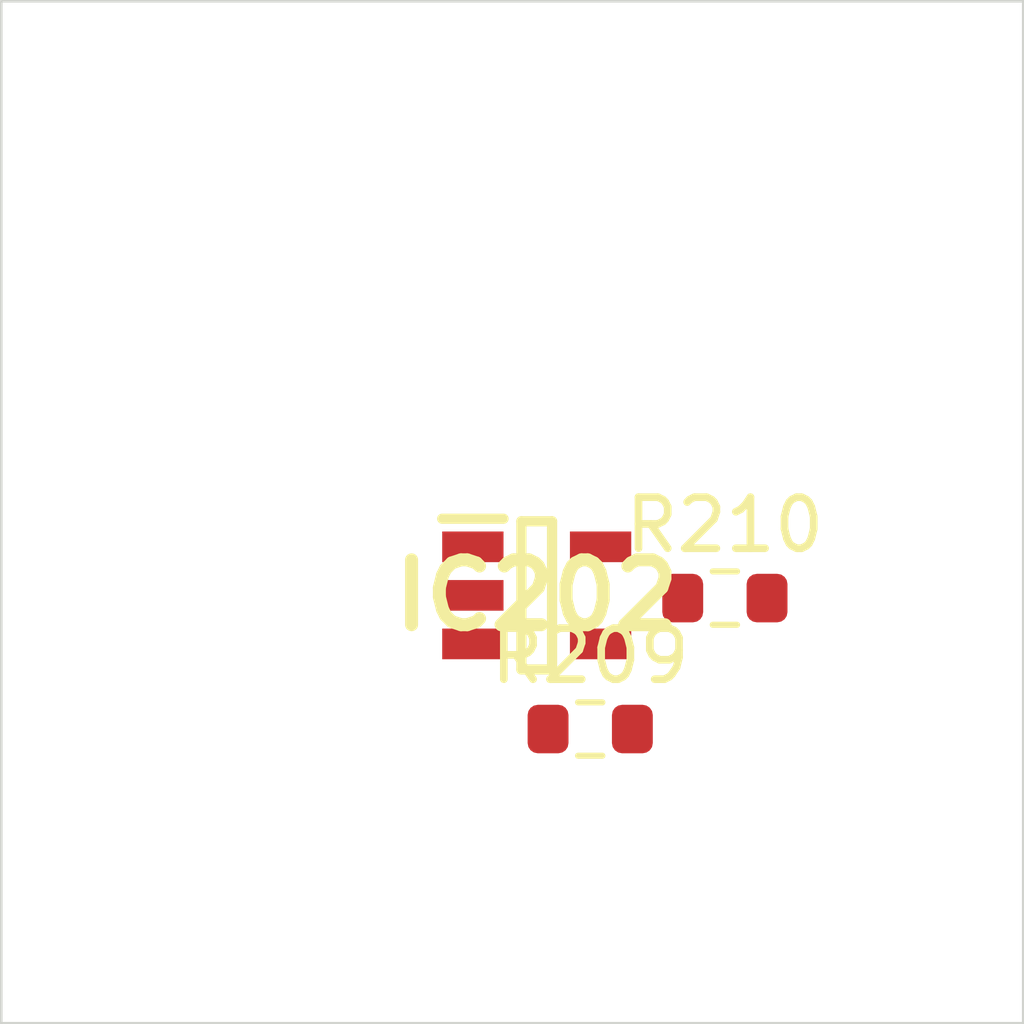
<source format=kicad_pcb>
 ( kicad_pcb  ( version 20171130 )
 ( host pcbnew 5.1.12-84ad8e8a86~92~ubuntu18.04.1 )
 ( general  ( thickness 1.6 )
 ( drawings 4 )
 ( tracks 0 )
 ( zones 0 )
 ( modules 3 )
 ( nets 5 )
)
 ( page A4 )
 ( layers  ( 0 F.Cu signal )
 ( 31 B.Cu signal )
 ( 32 B.Adhes user )
 ( 33 F.Adhes user )
 ( 34 B.Paste user )
 ( 35 F.Paste user )
 ( 36 B.SilkS user )
 ( 37 F.SilkS user )
 ( 38 B.Mask user )
 ( 39 F.Mask user )
 ( 40 Dwgs.User user )
 ( 41 Cmts.User user )
 ( 42 Eco1.User user )
 ( 43 Eco2.User user )
 ( 44 Edge.Cuts user )
 ( 45 Margin user )
 ( 46 B.CrtYd user )
 ( 47 F.CrtYd user )
 ( 48 B.Fab user )
 ( 49 F.Fab user )
)
 ( setup  ( last_trace_width 0.25 )
 ( trace_clearance 0.2 )
 ( zone_clearance 0.508 )
 ( zone_45_only no )
 ( trace_min 0.2 )
 ( via_size 0.8 )
 ( via_drill 0.4 )
 ( via_min_size 0.4 )
 ( via_min_drill 0.3 )
 ( uvia_size 0.3 )
 ( uvia_drill 0.1 )
 ( uvias_allowed no )
 ( uvia_min_size 0.2 )
 ( uvia_min_drill 0.1 )
 ( edge_width 0.05 )
 ( segment_width 0.2 )
 ( pcb_text_width 0.3 )
 ( pcb_text_size 1.5 1.5 )
 ( mod_edge_width 0.12 )
 ( mod_text_size 1 1 )
 ( mod_text_width 0.15 )
 ( pad_size 1.524 1.524 )
 ( pad_drill 0.762 )
 ( pad_to_mask_clearance 0 )
 ( aux_axis_origin 0 0 )
 ( visible_elements FFFFFF7F )
 ( pcbplotparams  ( layerselection 0x010fc_ffffffff )
 ( usegerberextensions false )
 ( usegerberattributes true )
 ( usegerberadvancedattributes true )
 ( creategerberjobfile true )
 ( excludeedgelayer true )
 ( linewidth 0.100000 )
 ( plotframeref false )
 ( viasonmask false )
 ( mode 1 )
 ( useauxorigin false )
 ( hpglpennumber 1 )
 ( hpglpenspeed 20 )
 ( hpglpendiameter 15.000000 )
 ( psnegative false )
 ( psa4output false )
 ( plotreference true )
 ( plotvalue true )
 ( plotinvisibletext false )
 ( padsonsilk false )
 ( subtractmaskfromsilk false )
 ( outputformat 1 )
 ( mirror false )
 ( drillshape 1 )
 ( scaleselection 1 )
 ( outputdirectory "" )
)
)
 ( net 0 "" )
 ( net 1 GND )
 ( net 2 VDDA )
 ( net 3 /Sheet6235D886/vp )
 ( net 4 "Net-(IC202-Pad3)" )
 ( net_class Default "This is the default net class."  ( clearance 0.2 )
 ( trace_width 0.25 )
 ( via_dia 0.8 )
 ( via_drill 0.4 )
 ( uvia_dia 0.3 )
 ( uvia_drill 0.1 )
 ( add_net /Sheet6235D886/vp )
 ( add_net GND )
 ( add_net "Net-(IC202-Pad3)" )
 ( add_net VDDA )
)
 ( module SOT95P280X145-5N locked  ( layer F.Cu )
 ( tedit 62336ED7 )
 ( tstamp 623423ED )
 ( at 90.479100 111.627000 )
 ( descr DBV0005A )
 ( tags "Integrated Circuit" )
 ( path /6235D887/6266C08E )
 ( attr smd )
 ( fp_text reference IC202  ( at 0 0 )
 ( layer F.SilkS )
 ( effects  ( font  ( size 1.27 1.27 )
 ( thickness 0.254 )
)
)
)
 ( fp_text value TL071HIDBVR  ( at 0 0 )
 ( layer F.SilkS )
hide  ( effects  ( font  ( size 1.27 1.27 )
 ( thickness 0.254 )
)
)
)
 ( fp_line  ( start -1.85 -1.5 )
 ( end -0.65 -1.5 )
 ( layer F.SilkS )
 ( width 0.2 )
)
 ( fp_line  ( start -0.3 1.45 )
 ( end -0.3 -1.45 )
 ( layer F.SilkS )
 ( width 0.2 )
)
 ( fp_line  ( start 0.3 1.45 )
 ( end -0.3 1.45 )
 ( layer F.SilkS )
 ( width 0.2 )
)
 ( fp_line  ( start 0.3 -1.45 )
 ( end 0.3 1.45 )
 ( layer F.SilkS )
 ( width 0.2 )
)
 ( fp_line  ( start -0.3 -1.45 )
 ( end 0.3 -1.45 )
 ( layer F.SilkS )
 ( width 0.2 )
)
 ( fp_line  ( start -0.8 -0.5 )
 ( end 0.15 -1.45 )
 ( layer Dwgs.User )
 ( width 0.1 )
)
 ( fp_line  ( start -0.8 1.45 )
 ( end -0.8 -1.45 )
 ( layer Dwgs.User )
 ( width 0.1 )
)
 ( fp_line  ( start 0.8 1.45 )
 ( end -0.8 1.45 )
 ( layer Dwgs.User )
 ( width 0.1 )
)
 ( fp_line  ( start 0.8 -1.45 )
 ( end 0.8 1.45 )
 ( layer Dwgs.User )
 ( width 0.1 )
)
 ( fp_line  ( start -0.8 -1.45 )
 ( end 0.8 -1.45 )
 ( layer Dwgs.User )
 ( width 0.1 )
)
 ( fp_line  ( start -2.1 1.775 )
 ( end -2.1 -1.775 )
 ( layer Dwgs.User )
 ( width 0.05 )
)
 ( fp_line  ( start 2.1 1.775 )
 ( end -2.1 1.775 )
 ( layer Dwgs.User )
 ( width 0.05 )
)
 ( fp_line  ( start 2.1 -1.775 )
 ( end 2.1 1.775 )
 ( layer Dwgs.User )
 ( width 0.05 )
)
 ( fp_line  ( start -2.1 -1.775 )
 ( end 2.1 -1.775 )
 ( layer Dwgs.User )
 ( width 0.05 )
)
 ( pad 1 smd rect  ( at -1.25 -0.95 90.000000 )
 ( size 0.6 1.2 )
 ( layers F.Cu F.Mask F.Paste )
 ( net 3 /Sheet6235D886/vp )
)
 ( pad 2 smd rect  ( at -1.25 0 90.000000 )
 ( size 0.6 1.2 )
 ( layers F.Cu F.Mask F.Paste )
 ( net 1 GND )
)
 ( pad 3 smd rect  ( at -1.25 0.95 90.000000 )
 ( size 0.6 1.2 )
 ( layers F.Cu F.Mask F.Paste )
 ( net 4 "Net-(IC202-Pad3)" )
)
 ( pad 4 smd rect  ( at 1.25 0.95 90.000000 )
 ( size 0.6 1.2 )
 ( layers F.Cu F.Mask F.Paste )
 ( net 3 /Sheet6235D886/vp )
)
 ( pad 5 smd rect  ( at 1.25 -0.95 90.000000 )
 ( size 0.6 1.2 )
 ( layers F.Cu F.Mask F.Paste )
 ( net 2 VDDA )
)
)
 ( module Resistor_SMD:R_0603_1608Metric  ( layer F.Cu )
 ( tedit 5F68FEEE )
 ( tstamp 62342595 )
 ( at 91.526100 114.243000 )
 ( descr "Resistor SMD 0603 (1608 Metric), square (rectangular) end terminal, IPC_7351 nominal, (Body size source: IPC-SM-782 page 72, https://www.pcb-3d.com/wordpress/wp-content/uploads/ipc-sm-782a_amendment_1_and_2.pdf), generated with kicad-footprint-generator" )
 ( tags resistor )
 ( path /6235D887/623CDBD9 )
 ( attr smd )
 ( fp_text reference R209  ( at 0 -1.43 )
 ( layer F.SilkS )
 ( effects  ( font  ( size 1 1 )
 ( thickness 0.15 )
)
)
)
 ( fp_text value 100k  ( at 0 1.43 )
 ( layer F.Fab )
 ( effects  ( font  ( size 1 1 )
 ( thickness 0.15 )
)
)
)
 ( fp_line  ( start -0.8 0.4125 )
 ( end -0.8 -0.4125 )
 ( layer F.Fab )
 ( width 0.1 )
)
 ( fp_line  ( start -0.8 -0.4125 )
 ( end 0.8 -0.4125 )
 ( layer F.Fab )
 ( width 0.1 )
)
 ( fp_line  ( start 0.8 -0.4125 )
 ( end 0.8 0.4125 )
 ( layer F.Fab )
 ( width 0.1 )
)
 ( fp_line  ( start 0.8 0.4125 )
 ( end -0.8 0.4125 )
 ( layer F.Fab )
 ( width 0.1 )
)
 ( fp_line  ( start -0.237258 -0.5225 )
 ( end 0.237258 -0.5225 )
 ( layer F.SilkS )
 ( width 0.12 )
)
 ( fp_line  ( start -0.237258 0.5225 )
 ( end 0.237258 0.5225 )
 ( layer F.SilkS )
 ( width 0.12 )
)
 ( fp_line  ( start -1.48 0.73 )
 ( end -1.48 -0.73 )
 ( layer F.CrtYd )
 ( width 0.05 )
)
 ( fp_line  ( start -1.48 -0.73 )
 ( end 1.48 -0.73 )
 ( layer F.CrtYd )
 ( width 0.05 )
)
 ( fp_line  ( start 1.48 -0.73 )
 ( end 1.48 0.73 )
 ( layer F.CrtYd )
 ( width 0.05 )
)
 ( fp_line  ( start 1.48 0.73 )
 ( end -1.48 0.73 )
 ( layer F.CrtYd )
 ( width 0.05 )
)
 ( fp_text user %R  ( at 0 0 )
 ( layer F.Fab )
 ( effects  ( font  ( size 0.4 0.4 )
 ( thickness 0.06 )
)
)
)
 ( pad 1 smd roundrect  ( at -0.825 0 )
 ( size 0.8 0.95 )
 ( layers F.Cu F.Mask F.Paste )
 ( roundrect_rratio 0.25 )
 ( net 2 VDDA )
)
 ( pad 2 smd roundrect  ( at 0.825 0 )
 ( size 0.8 0.95 )
 ( layers F.Cu F.Mask F.Paste )
 ( roundrect_rratio 0.25 )
 ( net 4 "Net-(IC202-Pad3)" )
)
 ( model ${KISYS3DMOD}/Resistor_SMD.3dshapes/R_0603_1608Metric.wrl  ( at  ( xyz 0 0 0 )
)
 ( scale  ( xyz 1 1 1 )
)
 ( rotate  ( xyz 0 0 0 )
)
)
)
 ( module Resistor_SMD:R_0603_1608Metric  ( layer F.Cu )
 ( tedit 5F68FEEE )
 ( tstamp 623425A6 )
 ( at 94.161800 111.680000 )
 ( descr "Resistor SMD 0603 (1608 Metric), square (rectangular) end terminal, IPC_7351 nominal, (Body size source: IPC-SM-782 page 72, https://www.pcb-3d.com/wordpress/wp-content/uploads/ipc-sm-782a_amendment_1_and_2.pdf), generated with kicad-footprint-generator" )
 ( tags resistor )
 ( path /6235D887/623CDBDF )
 ( attr smd )
 ( fp_text reference R210  ( at 0 -1.43 )
 ( layer F.SilkS )
 ( effects  ( font  ( size 1 1 )
 ( thickness 0.15 )
)
)
)
 ( fp_text value 100k  ( at 0 1.43 )
 ( layer F.Fab )
 ( effects  ( font  ( size 1 1 )
 ( thickness 0.15 )
)
)
)
 ( fp_line  ( start 1.48 0.73 )
 ( end -1.48 0.73 )
 ( layer F.CrtYd )
 ( width 0.05 )
)
 ( fp_line  ( start 1.48 -0.73 )
 ( end 1.48 0.73 )
 ( layer F.CrtYd )
 ( width 0.05 )
)
 ( fp_line  ( start -1.48 -0.73 )
 ( end 1.48 -0.73 )
 ( layer F.CrtYd )
 ( width 0.05 )
)
 ( fp_line  ( start -1.48 0.73 )
 ( end -1.48 -0.73 )
 ( layer F.CrtYd )
 ( width 0.05 )
)
 ( fp_line  ( start -0.237258 0.5225 )
 ( end 0.237258 0.5225 )
 ( layer F.SilkS )
 ( width 0.12 )
)
 ( fp_line  ( start -0.237258 -0.5225 )
 ( end 0.237258 -0.5225 )
 ( layer F.SilkS )
 ( width 0.12 )
)
 ( fp_line  ( start 0.8 0.4125 )
 ( end -0.8 0.4125 )
 ( layer F.Fab )
 ( width 0.1 )
)
 ( fp_line  ( start 0.8 -0.4125 )
 ( end 0.8 0.4125 )
 ( layer F.Fab )
 ( width 0.1 )
)
 ( fp_line  ( start -0.8 -0.4125 )
 ( end 0.8 -0.4125 )
 ( layer F.Fab )
 ( width 0.1 )
)
 ( fp_line  ( start -0.8 0.4125 )
 ( end -0.8 -0.4125 )
 ( layer F.Fab )
 ( width 0.1 )
)
 ( fp_text user %R  ( at 0 0 )
 ( layer F.Fab )
 ( effects  ( font  ( size 0.4 0.4 )
 ( thickness 0.06 )
)
)
)
 ( pad 2 smd roundrect  ( at 0.825 0 )
 ( size 0.8 0.95 )
 ( layers F.Cu F.Mask F.Paste )
 ( roundrect_rratio 0.25 )
 ( net 1 GND )
)
 ( pad 1 smd roundrect  ( at -0.825 0 )
 ( size 0.8 0.95 )
 ( layers F.Cu F.Mask F.Paste )
 ( roundrect_rratio 0.25 )
 ( net 4 "Net-(IC202-Pad3)" )
)
 ( model ${KISYS3DMOD}/Resistor_SMD.3dshapes/R_0603_1608Metric.wrl  ( at  ( xyz 0 0 0 )
)
 ( scale  ( xyz 1 1 1 )
)
 ( rotate  ( xyz 0 0 0 )
)
)
)
 ( gr_line  ( start 100 100 )
 ( end 100 120 )
 ( layer Edge.Cuts )
 ( width 0.05 )
 ( tstamp 62E770C4 )
)
 ( gr_line  ( start 80 120 )
 ( end 100 120 )
 ( layer Edge.Cuts )
 ( width 0.05 )
 ( tstamp 62E770C0 )
)
 ( gr_line  ( start 80 100 )
 ( end 100 100 )
 ( layer Edge.Cuts )
 ( width 0.05 )
 ( tstamp 6234110C )
)
 ( gr_line  ( start 80 100 )
 ( end 80 120 )
 ( layer Edge.Cuts )
 ( width 0.05 )
)
)

</source>
